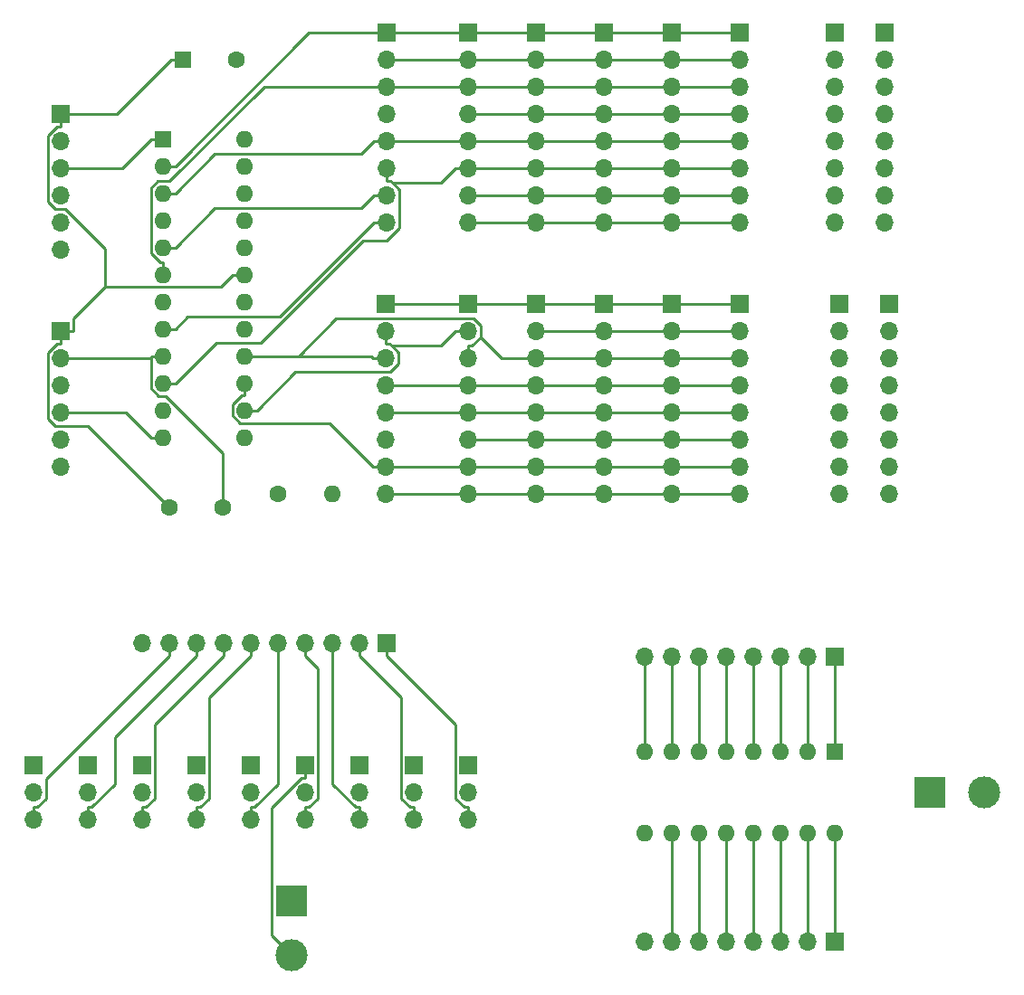
<source format=gbr>
G04 #@! TF.GenerationSoftware,KiCad,Pcbnew,(5.1.2-1)-1*
G04 #@! TF.CreationDate,2019-08-12T18:52:57+10:00*
G04 #@! TF.ProjectId,Max7219,4d617837-3231-4392-9e6b-696361645f70,rev?*
G04 #@! TF.SameCoordinates,Original*
G04 #@! TF.FileFunction,Copper,L2,Bot*
G04 #@! TF.FilePolarity,Positive*
%FSLAX46Y46*%
G04 Gerber Fmt 4.6, Leading zero omitted, Abs format (unit mm)*
G04 Created by KiCad (PCBNEW (5.1.2-1)-1) date 2019-08-12 18:52:57*
%MOMM*%
%LPD*%
G04 APERTURE LIST*
%ADD10O,1.700000X1.700000*%
%ADD11R,1.700000X1.700000*%
%ADD12C,3.000000*%
%ADD13R,3.000000X3.000000*%
%ADD14O,1.600000X1.600000*%
%ADD15R,1.600000X1.600000*%
%ADD16C,1.600000*%
%ADD17C,0.250000*%
G04 APERTURE END LIST*
D10*
X196830000Y-95250000D03*
X196830000Y-92710000D03*
X196830000Y-90170000D03*
X196830000Y-87630000D03*
X196830000Y-85090000D03*
X196830000Y-82550000D03*
X196830000Y-80010000D03*
D11*
X196830000Y-77470000D03*
D10*
X192180000Y-95250000D03*
X192180000Y-92710000D03*
X192180000Y-90170000D03*
X192180000Y-87630000D03*
X192180000Y-85090000D03*
X192180000Y-82550000D03*
X192180000Y-80010000D03*
D11*
X192180000Y-77470000D03*
D10*
X196420000Y-69850000D03*
X196420000Y-67310000D03*
X196420000Y-64770000D03*
X196420000Y-62230000D03*
X196420000Y-59690000D03*
X196420000Y-57150000D03*
X196420000Y-54610000D03*
D11*
X196420000Y-52070000D03*
D10*
X191770000Y-69850000D03*
X191770000Y-67310000D03*
X191770000Y-64770000D03*
X191770000Y-62230000D03*
X191770000Y-59690000D03*
X191770000Y-57150000D03*
X191770000Y-54610000D03*
D11*
X191770000Y-52070000D03*
D12*
X140970000Y-138430000D03*
D13*
X140970000Y-133350000D03*
D12*
X205740000Y-123190000D03*
D13*
X200660000Y-123190000D03*
D14*
X191770000Y-127000000D03*
X173990000Y-119380000D03*
X189230000Y-127000000D03*
X176530000Y-119380000D03*
X186690000Y-127000000D03*
X179070000Y-119380000D03*
X184150000Y-127000000D03*
X181610000Y-119380000D03*
X181610000Y-127000000D03*
X184150000Y-119380000D03*
X179070000Y-127000000D03*
X186690000Y-119380000D03*
X176530000Y-127000000D03*
X189230000Y-119380000D03*
X173990000Y-127000000D03*
D15*
X191770000Y-119380000D03*
D10*
X173990000Y-137160000D03*
X176530000Y-137160000D03*
X179070000Y-137160000D03*
X181610000Y-137160000D03*
X184150000Y-137160000D03*
X186690000Y-137160000D03*
X189230000Y-137160000D03*
D11*
X191770000Y-137160000D03*
D10*
X173990000Y-110490000D03*
X176530000Y-110490000D03*
X179070000Y-110490000D03*
X181610000Y-110490000D03*
X184150000Y-110490000D03*
X186690000Y-110490000D03*
X189230000Y-110490000D03*
D11*
X191770000Y-110490000D03*
D10*
X137160000Y-125730000D03*
X137160000Y-123190000D03*
D11*
X137160000Y-120650000D03*
D10*
X116840000Y-125730000D03*
X116840000Y-123190000D03*
D11*
X116840000Y-120650000D03*
D10*
X142240000Y-125730000D03*
X142240000Y-123190000D03*
D11*
X142240000Y-120650000D03*
D10*
X121920000Y-125730000D03*
X121920000Y-123190000D03*
D11*
X121920000Y-120650000D03*
D10*
X147320000Y-125730000D03*
X147320000Y-123190000D03*
D11*
X147320000Y-120650000D03*
D10*
X127000000Y-125730000D03*
X127000000Y-123190000D03*
D11*
X127000000Y-120650000D03*
D10*
X152400000Y-125730000D03*
X152400000Y-123190000D03*
D11*
X152400000Y-120650000D03*
D10*
X132080000Y-125730000D03*
X132080000Y-123190000D03*
D11*
X132080000Y-120650000D03*
D10*
X157480000Y-125730000D03*
X157480000Y-123190000D03*
D11*
X157480000Y-120650000D03*
D10*
X127000000Y-109220000D03*
X129540000Y-109220000D03*
X132080000Y-109220000D03*
X134620000Y-109220000D03*
X137160000Y-109220000D03*
X139700000Y-109220000D03*
X142240000Y-109220000D03*
X144780000Y-109220000D03*
X147320000Y-109220000D03*
D11*
X149860000Y-109220000D03*
D14*
X144780000Y-95250000D03*
D16*
X139700000Y-95250000D03*
D10*
X182880000Y-69850000D03*
X182880000Y-67310000D03*
X182880000Y-64770000D03*
X182880000Y-62230000D03*
X182880000Y-59690000D03*
X182880000Y-57150000D03*
X182880000Y-54610000D03*
D11*
X182880000Y-52070000D03*
D10*
X182880000Y-95250000D03*
X182880000Y-92710000D03*
X182880000Y-90170000D03*
X182880000Y-87630000D03*
X182880000Y-85090000D03*
X182880000Y-82550000D03*
X182880000Y-80010000D03*
D11*
X182880000Y-77470000D03*
D10*
X176530000Y-69850000D03*
X176530000Y-67310000D03*
X176530000Y-64770000D03*
X176530000Y-62230000D03*
X176530000Y-59690000D03*
X176530000Y-57150000D03*
X176530000Y-54610000D03*
D11*
X176530000Y-52070000D03*
D10*
X176530000Y-95250000D03*
X176530000Y-92710000D03*
X176530000Y-90170000D03*
X176530000Y-87630000D03*
X176530000Y-85090000D03*
X176530000Y-82550000D03*
X176530000Y-80010000D03*
D11*
X176530000Y-77470000D03*
D10*
X170180000Y-69850000D03*
X170180000Y-67310000D03*
X170180000Y-64770000D03*
X170180000Y-62230000D03*
X170180000Y-59690000D03*
X170180000Y-57150000D03*
X170180000Y-54610000D03*
D11*
X170180000Y-52070000D03*
D10*
X170180000Y-95250000D03*
X170180000Y-92710000D03*
X170180000Y-90170000D03*
X170180000Y-87630000D03*
X170180000Y-85090000D03*
X170180000Y-82550000D03*
X170180000Y-80010000D03*
D11*
X170180000Y-77470000D03*
D10*
X163830000Y-69850000D03*
X163830000Y-67310000D03*
X163830000Y-64770000D03*
X163830000Y-62230000D03*
X163830000Y-59690000D03*
X163830000Y-57150000D03*
X163830000Y-54610000D03*
D11*
X163830000Y-52070000D03*
D10*
X163830000Y-95250000D03*
X163830000Y-92710000D03*
X163830000Y-90170000D03*
X163830000Y-87630000D03*
X163830000Y-85090000D03*
X163830000Y-82550000D03*
X163830000Y-80010000D03*
D11*
X163830000Y-77470000D03*
D10*
X157480000Y-69850000D03*
X157480000Y-67310000D03*
X157480000Y-64770000D03*
X157480000Y-62230000D03*
X157480000Y-59690000D03*
X157480000Y-57150000D03*
X157480000Y-54610000D03*
D11*
X157480000Y-52070000D03*
D10*
X157480000Y-95250000D03*
X157480000Y-92710000D03*
X157480000Y-90170000D03*
X157480000Y-87630000D03*
X157480000Y-85090000D03*
X157480000Y-82550000D03*
X157480000Y-80010000D03*
D11*
X157480000Y-77470000D03*
D10*
X149770000Y-95250000D03*
X149770000Y-92710000D03*
X149770000Y-90170000D03*
X149770000Y-87630000D03*
X149770000Y-85090000D03*
X149770000Y-82550000D03*
X149770000Y-80010000D03*
D11*
X149770000Y-77470000D03*
D10*
X149860000Y-69850000D03*
X149860000Y-67310000D03*
X149860000Y-64770000D03*
X149860000Y-62230000D03*
X149860000Y-59690000D03*
X149860000Y-57150000D03*
X149860000Y-54610000D03*
D11*
X149860000Y-52070000D03*
D10*
X119380000Y-92710000D03*
X119380000Y-90170000D03*
X119380000Y-87630000D03*
X119380000Y-85090000D03*
X119380000Y-82550000D03*
D11*
X119380000Y-80010000D03*
D10*
X119380000Y-72390000D03*
X119380000Y-69850000D03*
X119380000Y-67310000D03*
X119380000Y-64770000D03*
X119380000Y-62230000D03*
D11*
X119380000Y-59690000D03*
D16*
X135810000Y-54610000D03*
D15*
X130810000Y-54610000D03*
D16*
X134540000Y-96520000D03*
X129540000Y-96520000D03*
D14*
X136590000Y-62030000D03*
X128970000Y-89970000D03*
X136590000Y-64570000D03*
X128970000Y-87430000D03*
X136590000Y-67110000D03*
X128970000Y-84890000D03*
X136590000Y-69650000D03*
X128970000Y-82350000D03*
X136590000Y-72190000D03*
X128970000Y-79810000D03*
X136590000Y-74730000D03*
X128970000Y-77270000D03*
X136590000Y-77270000D03*
X128970000Y-74730000D03*
X136590000Y-79810000D03*
X128970000Y-72190000D03*
X136590000Y-82350000D03*
X128970000Y-69650000D03*
X136590000Y-84890000D03*
X128970000Y-67110000D03*
X136590000Y-87430000D03*
X128970000Y-64570000D03*
X136590000Y-89970000D03*
D15*
X128970000Y-62030000D03*
D17*
X127816000Y-82550000D02*
X127845000Y-82521500D01*
X127845000Y-82521500D02*
X127845000Y-82350000D01*
X127845000Y-82350000D02*
X128970000Y-82350000D01*
X119380000Y-82550000D02*
X127816000Y-82550000D01*
X127816000Y-82550000D02*
X127816000Y-85337500D01*
X127816000Y-85337500D02*
X128565000Y-86086100D01*
X128565000Y-86086100D02*
X129231000Y-86086100D01*
X129231000Y-86086100D02*
X134540000Y-91394900D01*
X134540000Y-91394900D02*
X134540000Y-96520000D01*
X123535000Y-75855300D02*
X120555000Y-78834700D01*
X120555000Y-78834700D02*
X120555000Y-80010000D01*
X120555000Y-80010000D02*
X119380000Y-80010000D01*
X136590000Y-74730000D02*
X135465000Y-74730000D01*
X135465000Y-74730000D02*
X134339000Y-75855300D01*
X134339000Y-75855300D02*
X123535000Y-75855300D01*
X130810000Y-54610000D02*
X129685000Y-54610000D01*
X129685000Y-54610000D02*
X124605000Y-59690000D01*
X124605000Y-59690000D02*
X119380000Y-59690000D01*
X119380000Y-59690000D02*
X119380000Y-60865300D01*
X119380000Y-60865300D02*
X119013000Y-60865300D01*
X119013000Y-60865300D02*
X118205000Y-61673200D01*
X118205000Y-61673200D02*
X118205000Y-67880100D01*
X118205000Y-67880100D02*
X118905000Y-68580000D01*
X118905000Y-68580000D02*
X119805000Y-68580000D01*
X119805000Y-68580000D02*
X123535000Y-72310000D01*
X123535000Y-72310000D02*
X123535000Y-75855300D01*
X129540000Y-96520000D02*
X121920000Y-88900000D01*
X121920000Y-88900000D02*
X118901000Y-88900000D01*
X118901000Y-88900000D02*
X118205000Y-88203500D01*
X118205000Y-88203500D02*
X118205000Y-81993200D01*
X118205000Y-81993200D02*
X119013000Y-81185300D01*
X119013000Y-81185300D02*
X119380000Y-81185300D01*
X119380000Y-81185300D02*
X119380000Y-80010000D01*
X128970000Y-89970000D02*
X127845000Y-89970000D01*
X127845000Y-89970000D02*
X125505000Y-87630000D01*
X125505000Y-87630000D02*
X119380000Y-87630000D01*
X128970000Y-62030000D02*
X127845000Y-62030000D01*
X127845000Y-62030000D02*
X125105000Y-64770000D01*
X125105000Y-64770000D02*
X119380000Y-64770000D01*
X157480000Y-69850000D02*
X163830000Y-69850000D01*
X128970000Y-79810000D02*
X130095000Y-79810000D01*
X130095000Y-79810000D02*
X131221000Y-78684700D01*
X131221000Y-78684700D02*
X139850000Y-78684700D01*
X139850000Y-78684700D02*
X148685000Y-69850000D01*
X148685000Y-69850000D02*
X149860000Y-69850000D01*
X163830000Y-69850000D02*
X170180000Y-69850000D01*
X170180000Y-69850000D02*
X176530000Y-69850000D01*
X176530000Y-69850000D02*
X182880000Y-69850000D01*
X157480000Y-67310000D02*
X163830000Y-67310000D01*
X128970000Y-72190000D02*
X130095000Y-72190000D01*
X130095000Y-72190000D02*
X133800000Y-68485300D01*
X133800000Y-68485300D02*
X147509000Y-68485300D01*
X147509000Y-68485300D02*
X148685000Y-67310000D01*
X148685000Y-67310000D02*
X149860000Y-67310000D01*
X163830000Y-67310000D02*
X170180000Y-67310000D01*
X170180000Y-67310000D02*
X176530000Y-67310000D01*
X176530000Y-67310000D02*
X182880000Y-67310000D01*
X157480000Y-64770000D02*
X156305000Y-64770000D01*
X156305000Y-64770000D02*
X154940000Y-66134600D01*
X154940000Y-66134600D02*
X150452000Y-66134600D01*
X150452000Y-66134600D02*
X150434000Y-66152500D01*
X150434000Y-66152500D02*
X150434000Y-66152600D01*
X150434000Y-66152600D02*
X150227000Y-65945300D01*
X150227000Y-65945300D02*
X149860000Y-65945300D01*
X149860000Y-65945300D02*
X149860000Y-64770000D01*
X157480000Y-64770000D02*
X163830000Y-64770000D01*
X128970000Y-84890000D02*
X130095000Y-84890000D01*
X130095000Y-84890000D02*
X133905000Y-81080000D01*
X133905000Y-81080000D02*
X138092000Y-81080000D01*
X138092000Y-81080000D02*
X147657000Y-71514800D01*
X147657000Y-71514800D02*
X149869000Y-71514800D01*
X149869000Y-71514800D02*
X151035000Y-70348500D01*
X151035000Y-70348500D02*
X151035000Y-66753200D01*
X151035000Y-66753200D02*
X150434000Y-66152600D01*
X163830000Y-64770000D02*
X170180000Y-64770000D01*
X170180000Y-64770000D02*
X176530000Y-64770000D01*
X176530000Y-64770000D02*
X182880000Y-64770000D01*
X157480000Y-62230000D02*
X163830000Y-62230000D01*
X149860000Y-62230000D02*
X157480000Y-62230000D01*
X128970000Y-67110000D02*
X130095000Y-67110000D01*
X130095000Y-67110000D02*
X133800000Y-63405300D01*
X133800000Y-63405300D02*
X147509000Y-63405300D01*
X147509000Y-63405300D02*
X148685000Y-62230000D01*
X148685000Y-62230000D02*
X149860000Y-62230000D01*
X163830000Y-62230000D02*
X170180000Y-62230000D01*
X170180000Y-62230000D02*
X176530000Y-62230000D01*
X176530000Y-62230000D02*
X182880000Y-62230000D01*
X157480000Y-59690000D02*
X163830000Y-59690000D01*
X163830000Y-59690000D02*
X170180000Y-59690000D01*
X170180000Y-59690000D02*
X176530000Y-59690000D01*
X176530000Y-59690000D02*
X182880000Y-59690000D01*
X157480000Y-57150000D02*
X163830000Y-57150000D01*
X149860000Y-57150000D02*
X157480000Y-57150000D01*
X128970000Y-74730000D02*
X128970000Y-73604700D01*
X128970000Y-73604700D02*
X128689000Y-73604700D01*
X128689000Y-73604700D02*
X127813000Y-72728600D01*
X127813000Y-72728600D02*
X127813000Y-66653800D01*
X127813000Y-66653800D02*
X128482000Y-65984600D01*
X128482000Y-65984600D02*
X129581000Y-65984600D01*
X129581000Y-65984600D02*
X138416000Y-57150000D01*
X138416000Y-57150000D02*
X149860000Y-57150000D01*
X163830000Y-57150000D02*
X170180000Y-57150000D01*
X170180000Y-57150000D02*
X176530000Y-57150000D01*
X176530000Y-57150000D02*
X182880000Y-57150000D01*
X157480000Y-54610000D02*
X163830000Y-54610000D01*
X149860000Y-54610000D02*
X157480000Y-54610000D01*
X163830000Y-54610000D02*
X170180000Y-54610000D01*
X170180000Y-54610000D02*
X176530000Y-54610000D01*
X176530000Y-54610000D02*
X182880000Y-54610000D01*
X157480000Y-52070000D02*
X163830000Y-52070000D01*
X149860000Y-52070000D02*
X157480000Y-52070000D01*
X128970000Y-64570000D02*
X130095000Y-64570000D01*
X130095000Y-64570000D02*
X142595000Y-52070000D01*
X142595000Y-52070000D02*
X149860000Y-52070000D01*
X163830000Y-52070000D02*
X170180000Y-52070000D01*
X170180000Y-52070000D02*
X176530000Y-52070000D01*
X176530000Y-52070000D02*
X182880000Y-52070000D01*
X157480000Y-95250000D02*
X163830000Y-95250000D01*
X149770000Y-95250000D02*
X157480000Y-95250000D01*
X163830000Y-95250000D02*
X170180000Y-95250000D01*
X170180000Y-95250000D02*
X176530000Y-95250000D01*
X176530000Y-95250000D02*
X182880000Y-95250000D01*
X157480000Y-92710000D02*
X163830000Y-92710000D01*
X149770000Y-92710000D02*
X157480000Y-92710000D01*
X136590000Y-84890000D02*
X136590000Y-86015300D01*
X136590000Y-86015300D02*
X136309000Y-86015300D01*
X136309000Y-86015300D02*
X135454000Y-86870400D01*
X135454000Y-86870400D02*
X135454000Y-87894700D01*
X135454000Y-87894700D02*
X136185000Y-88626100D01*
X136185000Y-88626100D02*
X144511000Y-88626100D01*
X144511000Y-88626100D02*
X148595000Y-92710000D01*
X148595000Y-92710000D02*
X149770000Y-92710000D01*
X163830000Y-92710000D02*
X170180000Y-92710000D01*
X170180000Y-92710000D02*
X176530000Y-92710000D01*
X176530000Y-92710000D02*
X182880000Y-92710000D01*
X157480000Y-90170000D02*
X163830000Y-90170000D01*
X163830000Y-90170000D02*
X170180000Y-90170000D01*
X170180000Y-90170000D02*
X176530000Y-90170000D01*
X176530000Y-90170000D02*
X182880000Y-90170000D01*
X157480000Y-87630000D02*
X163830000Y-87630000D01*
X149770000Y-87630000D02*
X157480000Y-87630000D01*
X163830000Y-87630000D02*
X170180000Y-87630000D01*
X170180000Y-87630000D02*
X176530000Y-87630000D01*
X176530000Y-87630000D02*
X182880000Y-87630000D01*
X157480000Y-85090000D02*
X163830000Y-85090000D01*
X149770000Y-85090000D02*
X157480000Y-85090000D01*
X163830000Y-85090000D02*
X170180000Y-85090000D01*
X170180000Y-85090000D02*
X176530000Y-85090000D01*
X176530000Y-85090000D02*
X182880000Y-85090000D01*
X158655000Y-80566800D02*
X160638000Y-82550000D01*
X160638000Y-82550000D02*
X163830000Y-82550000D01*
X141613000Y-82350000D02*
X145144000Y-78819000D01*
X145144000Y-78819000D02*
X157951000Y-78819000D01*
X157951000Y-78819000D02*
X158655000Y-79523000D01*
X158655000Y-79523000D02*
X158655000Y-80566800D01*
X141613000Y-82350000D02*
X148395000Y-82350000D01*
X148395000Y-82350000D02*
X148595000Y-82550000D01*
X148595000Y-82550000D02*
X149770000Y-82550000D01*
X136590000Y-82350000D02*
X141613000Y-82350000D01*
X157480000Y-82550000D02*
X157480000Y-81374700D01*
X157480000Y-81374700D02*
X157847000Y-81374700D01*
X157847000Y-81374700D02*
X158655000Y-80566800D01*
X163830000Y-82550000D02*
X170180000Y-82550000D01*
X170180000Y-82550000D02*
X176530000Y-82550000D01*
X176530000Y-82550000D02*
X182880000Y-82550000D01*
X150344000Y-81392600D02*
X150137000Y-81185300D01*
X150137000Y-81185300D02*
X149770000Y-81185300D01*
X149770000Y-81185300D02*
X149770000Y-80010000D01*
X136590000Y-87430000D02*
X137715000Y-87430000D01*
X137715000Y-87430000D02*
X141325000Y-83820000D01*
X141325000Y-83820000D02*
X150191000Y-83820000D01*
X150191000Y-83820000D02*
X150945000Y-83065500D01*
X150945000Y-83065500D02*
X150945000Y-81993200D01*
X150945000Y-81993200D02*
X150344000Y-81392600D01*
X157480000Y-80010000D02*
X156305000Y-80010000D01*
X156305000Y-80010000D02*
X154940000Y-81374600D01*
X154940000Y-81374600D02*
X150362000Y-81374600D01*
X150362000Y-81374600D02*
X150344000Y-81392500D01*
X150344000Y-81392500D02*
X150344000Y-81392600D01*
X163830000Y-80010000D02*
X170180000Y-80010000D01*
X170180000Y-80010000D02*
X176530000Y-80010000D01*
X176530000Y-80010000D02*
X182880000Y-80010000D01*
X157480000Y-77470000D02*
X163830000Y-77470000D01*
X149770000Y-77470000D02*
X157480000Y-77470000D01*
X163830000Y-77470000D02*
X170180000Y-77470000D01*
X170180000Y-77470000D02*
X176530000Y-77470000D01*
X176530000Y-77470000D02*
X182880000Y-77470000D01*
X142240000Y-120650000D02*
X142240000Y-121825300D01*
X142240000Y-121825300D02*
X141872700Y-121825300D01*
X141872700Y-121825300D02*
X139094000Y-124604000D01*
X139094000Y-124604000D02*
X139094000Y-136554000D01*
X139094000Y-136554000D02*
X140970000Y-138430000D01*
X116840000Y-125730000D02*
X116840000Y-124554700D01*
X129540000Y-109220000D02*
X129540000Y-110395300D01*
X129540000Y-110395300D02*
X118015300Y-121920000D01*
X118015300Y-121920000D02*
X118015300Y-123746800D01*
X118015300Y-123746800D02*
X117207400Y-124554700D01*
X117207400Y-124554700D02*
X116840000Y-124554700D01*
X121920000Y-125730000D02*
X121920000Y-124554700D01*
X132080000Y-109220000D02*
X132080000Y-110395300D01*
X132080000Y-110395300D02*
X124460000Y-118015300D01*
X124460000Y-118015300D02*
X124460000Y-122382000D01*
X124460000Y-122382000D02*
X122287300Y-124554700D01*
X122287300Y-124554700D02*
X121920000Y-124554700D01*
X127000000Y-125730000D02*
X127000000Y-124554700D01*
X134620000Y-109220000D02*
X134620000Y-110395300D01*
X134620000Y-110395300D02*
X128175300Y-116840000D01*
X128175300Y-116840000D02*
X128175300Y-123746800D01*
X128175300Y-123746800D02*
X127367400Y-124554700D01*
X127367400Y-124554700D02*
X127000000Y-124554700D01*
X132080000Y-125730000D02*
X132080000Y-124554700D01*
X137160000Y-109220000D02*
X137160000Y-110395300D01*
X137160000Y-110395300D02*
X133255300Y-114300000D01*
X133255300Y-114300000D02*
X133255300Y-123746800D01*
X133255300Y-123746800D02*
X132447400Y-124554700D01*
X132447400Y-124554700D02*
X132080000Y-124554700D01*
X137160000Y-125730000D02*
X137160000Y-124554700D01*
X139700000Y-109220000D02*
X139700000Y-122382000D01*
X139700000Y-122382000D02*
X137527300Y-124554700D01*
X137527300Y-124554700D02*
X137160000Y-124554700D01*
X142240000Y-125730000D02*
X142240000Y-124554700D01*
X142240000Y-109220000D02*
X142240000Y-110395300D01*
X142240000Y-110395300D02*
X143415300Y-111570600D01*
X143415300Y-111570600D02*
X143415300Y-123746800D01*
X143415300Y-123746800D02*
X142607400Y-124554700D01*
X142607400Y-124554700D02*
X142240000Y-124554700D01*
X147320000Y-125730000D02*
X147320000Y-124554700D01*
X144780000Y-109220000D02*
X144780000Y-122382000D01*
X144780000Y-122382000D02*
X146952700Y-124554700D01*
X146952700Y-124554700D02*
X147320000Y-124554700D01*
X152400000Y-125730000D02*
X152400000Y-124554700D01*
X147320000Y-109220000D02*
X147320000Y-110395300D01*
X147320000Y-110395300D02*
X151224700Y-114300000D01*
X151224700Y-114300000D02*
X151224700Y-123746800D01*
X151224700Y-123746800D02*
X152032600Y-124554700D01*
X152032600Y-124554700D02*
X152400000Y-124554700D01*
X157480000Y-125730000D02*
X157480000Y-124554700D01*
X149860000Y-109220000D02*
X149860000Y-110395300D01*
X149860000Y-110395300D02*
X156304700Y-116840000D01*
X156304700Y-116840000D02*
X156304700Y-123746800D01*
X156304700Y-123746800D02*
X157112600Y-124554700D01*
X157112600Y-124554700D02*
X157480000Y-124554700D01*
X173990000Y-119380000D02*
X173990000Y-110490000D01*
X176530000Y-119380000D02*
X176530000Y-110490000D01*
X179070000Y-119380000D02*
X179070000Y-110490000D01*
X181610000Y-119380000D02*
X181610000Y-110490000D01*
X184150000Y-119380000D02*
X184150000Y-110490000D01*
X186690000Y-119380000D02*
X186690000Y-110490000D01*
X189230000Y-119380000D02*
X189230000Y-110490000D01*
X191770000Y-119380000D02*
X191770000Y-110490000D01*
X176530000Y-127000000D02*
X176530000Y-137160000D01*
X179070000Y-127000000D02*
X179070000Y-137160000D01*
X181610000Y-127000000D02*
X181610000Y-137160000D01*
X184150000Y-127000000D02*
X184150000Y-137160000D01*
X186690000Y-127000000D02*
X186690000Y-137160000D01*
X189230000Y-127000000D02*
X189230000Y-137160000D01*
X191770000Y-127000000D02*
X191770000Y-137160000D01*
M02*

</source>
